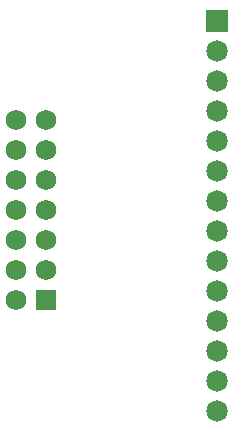
<source format=gbr>
G04 #@! TF.GenerationSoftware,KiCad,Pcbnew,(5.1.6)-1*
G04 #@! TF.CreationDate,2021-02-20T14:32:47+01:00*
G04 #@! TF.ProjectId,IDCbreakout,49444362-7265-4616-9b6f-75742e6b6963,rev?*
G04 #@! TF.SameCoordinates,Original*
G04 #@! TF.FileFunction,Soldermask,Top*
G04 #@! TF.FilePolarity,Negative*
%FSLAX46Y46*%
G04 Gerber Fmt 4.6, Leading zero omitted, Abs format (unit mm)*
G04 Created by KiCad (PCBNEW (5.1.6)-1) date 2021-02-20 14:32:47*
%MOMM*%
%LPD*%
G01*
G04 APERTURE LIST*
%ADD10C,1.825000*%
%ADD11R,1.825000X1.825000*%
%ADD12C,1.750000*%
%ADD13R,1.750000X1.750000*%
G04 APERTURE END LIST*
D10*
G04 #@! TO.C,J2*
X122980000Y-130530000D03*
X122980000Y-127990000D03*
X122980000Y-125450000D03*
X122980000Y-122910000D03*
X122980000Y-120370000D03*
X122980000Y-117830000D03*
X122980000Y-115290000D03*
X122980000Y-112750000D03*
X122980000Y-110210000D03*
X122980000Y-107670000D03*
X122980000Y-105130000D03*
X122980000Y-102590000D03*
X122980000Y-100050000D03*
D11*
X122980000Y-97510000D03*
G04 #@! TD*
D12*
G04 #@! TO.C,J1*
X105950000Y-105880000D03*
X108490000Y-105880000D03*
X105950000Y-108420000D03*
X108490000Y-108420000D03*
X105950000Y-110960000D03*
X108490000Y-110960000D03*
X105950000Y-113500000D03*
X108490000Y-113500000D03*
X105950000Y-116040000D03*
X108490000Y-116040000D03*
X105950000Y-118580000D03*
X108490000Y-118580000D03*
X105950000Y-121120000D03*
D13*
X108490000Y-121120000D03*
G04 #@! TD*
M02*

</source>
